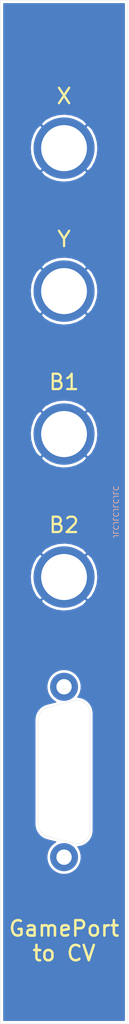
<source format=kicad_pcb>
(kicad_pcb (version 20171130) (host pcbnew "(5.1.4)-1")

  (general
    (thickness 1.6)
    (drawings 26)
    (tracks 0)
    (zones 0)
    (modules 5)
    (nets 2)
  )

  (page USLetter portrait)
  (layers
    (0 F.Cu signal)
    (31 B.Cu signal)
    (32 B.Adhes user)
    (33 F.Adhes user)
    (34 B.Paste user)
    (35 F.Paste user)
    (36 B.SilkS user)
    (37 F.SilkS user)
    (38 B.Mask user)
    (39 F.Mask user)
    (40 Dwgs.User user)
    (41 Cmts.User user)
    (42 Eco1.User user)
    (43 Eco2.User user)
    (44 Edge.Cuts user)
    (45 Margin user)
    (46 B.CrtYd user)
    (47 F.CrtYd user)
    (48 B.Fab user)
    (49 F.Fab user)
  )

  (setup
    (last_trace_width 0.25)
    (trace_clearance 0.2)
    (zone_clearance 0.508)
    (zone_45_only no)
    (trace_min 0.2)
    (via_size 0.8)
    (via_drill 0.4)
    (via_min_size 0.4)
    (via_min_drill 0.3)
    (uvia_size 0.3)
    (uvia_drill 0.1)
    (uvias_allowed no)
    (uvia_min_size 0.2)
    (uvia_min_drill 0.1)
    (edge_width 0.05)
    (segment_width 0.2)
    (pcb_text_width 0.3)
    (pcb_text_size 1.5 1.5)
    (mod_edge_width 0.12)
    (mod_text_size 1 1)
    (mod_text_width 0.15)
    (pad_size 12 12)
    (pad_drill 9)
    (pad_to_mask_clearance 0.051)
    (solder_mask_min_width 0.25)
    (aux_axis_origin 0 0)
    (grid_origin 112.5 125)
    (visible_elements 7FFFFFFF)
    (pcbplotparams
      (layerselection 0x010fc_ffffffff)
      (usegerberextensions false)
      (usegerberattributes false)
      (usegerberadvancedattributes false)
      (creategerberjobfile false)
      (excludeedgelayer true)
      (linewidth 0.100000)
      (plotframeref false)
      (viasonmask false)
      (mode 1)
      (useauxorigin false)
      (hpglpennumber 1)
      (hpglpenspeed 20)
      (hpglpendiameter 15.000000)
      (psnegative false)
      (psa4output false)
      (plotreference true)
      (plotvalue true)
      (plotinvisibletext false)
      (padsonsilk false)
      (subtractmaskfromsilk false)
      (outputformat 1)
      (mirror false)
      (drillshape 1)
      (scaleselection 1)
      (outputdirectory ""))
  )

  (net 0 "")
  (net 1 GND)

  (net_class Default "This is the default net class."
    (clearance 0.2)
    (trace_width 0.25)
    (via_dia 0.8)
    (via_drill 0.4)
    (uvia_dia 0.3)
    (uvia_drill 0.1)
    (add_net GND)
  )

  (module modular:DSub_15_Cutout (layer F.Cu) (tedit 6056DE7B) (tstamp 605738ED)
    (at 112.5 175.8)
    (path /6056EF31)
    (fp_text reference H5 (at 0 20) (layer F.SilkS) hide
      (effects (font (size 1 1) (thickness 0.15)))
    )
    (fp_text value "DSub Screws" (at 0 21.5) (layer F.Fab)
      (effects (font (size 1 1) (thickness 0.15)))
    )
    (pad "" thru_hole circle (at 0 16.65) (size 5.5 5.5) (drill 3) (layers *.Cu *.Mask))
    (pad "" thru_hole circle (at 0 -16.65) (size 5.5 5.5) (drill 3) (layers *.Cu *.Mask))
  )

  (module modular:Jack (layer F.Cu) (tedit 6077412F) (tstamp 605594C8)
    (at 112.5 137.7)
    (path /60554805)
    (fp_text reference H4 (at 0 7.5) (layer F.SilkS) hide
      (effects (font (size 1 1) (thickness 0.15)))
    )
    (fp_text value B2 (at 0 -7.5) (layer F.Fab)
      (effects (font (size 1 1) (thickness 0.15)))
    )
    (fp_circle (center 0 0) (end 7 0) (layer F.CrtYd) (width 0.12))
    (pad 1 thru_hole circle (at 0 0) (size 12 12) (drill 9) (layers *.Cu *.Mask)
      (net 1 GND))
  )

  (module modular:Jack (layer F.Cu) (tedit 6077412A) (tstamp 605594C2)
    (at 112.5 109.76)
    (path /60554542)
    (fp_text reference H3 (at 0 7.5) (layer F.SilkS) hide
      (effects (font (size 1 1) (thickness 0.15)))
    )
    (fp_text value B1 (at 0 -7.5) (layer F.Fab)
      (effects (font (size 1 1) (thickness 0.15)))
    )
    (fp_circle (center 0 0) (end 7 0) (layer F.CrtYd) (width 0.12))
    (pad 1 thru_hole circle (at 0 0) (size 12 12) (drill 9) (layers *.Cu *.Mask)
      (net 1 GND))
  )

  (module modular:Jack (layer F.Cu) (tedit 60774121) (tstamp 605594BC)
    (at 112.5 81.82)
    (path /6055426E)
    (fp_text reference H2 (at 0 7.5) (layer F.SilkS) hide
      (effects (font (size 1 1) (thickness 0.15)))
    )
    (fp_text value Y (at 0 -7.5) (layer F.Fab)
      (effects (font (size 1 1) (thickness 0.15)))
    )
    (fp_circle (center 0 0) (end 7 0) (layer F.CrtYd) (width 0.12))
    (pad 1 thru_hole circle (at 0 0) (size 12 12) (drill 9) (layers *.Cu *.Mask)
      (net 1 GND))
  )

  (module modular:Jack (layer F.Cu) (tedit 6077411C) (tstamp 605594B6)
    (at 112.5 53.88)
    (path /60553C9E)
    (fp_text reference H1 (at 0 7.5) (layer F.SilkS) hide
      (effects (font (size 1 1) (thickness 0.15)))
    )
    (fp_text value X (at 0 -7.5) (layer F.Fab)
      (effects (font (size 1 1) (thickness 0.15)))
    )
    (fp_circle (center 0 0) (end 7 0) (layer F.CrtYd) (width 0.12))
    (pad 1 thru_hole circle (at 0 0) (size 12 12) (drill 9) (layers *.Cu *.Mask)
      (net 1 GND))
  )

  (gr_text JLCJLCJLCJLC (at 122.66 125 270) (layer B.SilkS)
    (effects (font (size 1 1) (thickness 0.15)) (justify mirror))
  )
  (gr_text "GamePort\nto CV" (at 112.5 208.82) (layer F.SilkS) (tstamp 606E6277)
    (effects (font (size 3 3) (thickness 0.5)))
  )
  (gr_text B2 (at 112.5 127.54) (layer F.SilkS) (tstamp 606E6277)
    (effects (font (size 3 3) (thickness 0.45)))
  )
  (gr_text B1 (at 112.5 99.6) (layer F.SilkS) (tstamp 606E6277)
    (effects (font (size 3 3) (thickness 0.45)))
  )
  (gr_text Y (at 112.5 71.66) (layer F.SilkS) (tstamp 606E6277)
    (effects (font (size 3 3) (thickness 0.45)))
  )
  (gr_text X (at 112.5 43.72) (layer F.SilkS)
    (effects (font (size 3 3) (thickness 0.45)))
  )
  (dimension 27.94 (width 0.15) (layer Dwgs.User)
    (gr_text "1.1000 in" (at 121.42 175.8 90) (layer Dwgs.User)
      (effects (font (size 1 1) (thickness 0.15)))
    )
    (feature1 (pts (xy 115.04 161.83) (xy 120.706421 161.83)))
    (feature2 (pts (xy 115.04 189.77) (xy 120.706421 189.77)))
    (crossbar (pts (xy 120.12 189.77) (xy 120.12 161.83)))
    (arrow1a (pts (xy 120.12 161.83) (xy 120.706421 162.956504)))
    (arrow1b (pts (xy 120.12 161.83) (xy 119.533579 162.956504)))
    (arrow2a (pts (xy 120.12 189.77) (xy 120.706421 188.643496)))
    (arrow2b (pts (xy 120.12 189.77) (xy 119.533579 188.643496)))
  )
  (dimension 33.02 (width 0.15) (layer Dwgs.User)
    (gr_text "1.3000 in" (at 103.58 175.8 90) (layer Dwgs.User)
      (effects (font (size 1 1) (thickness 0.15)))
    )
    (feature1 (pts (xy 112.5 159.29) (xy 104.293579 159.29)))
    (feature2 (pts (xy 112.5 192.31) (xy 104.293579 192.31)))
    (crossbar (pts (xy 104.88 192.31) (xy 104.88 159.29)))
    (arrow1a (pts (xy 104.88 159.29) (xy 105.466421 160.416504)))
    (arrow1b (pts (xy 104.88 159.29) (xy 104.293579 160.416504)))
    (arrow2a (pts (xy 104.88 192.31) (xy 105.466421 191.183496)))
    (arrow2b (pts (xy 104.88 192.31) (xy 104.293579 191.183496)))
  )
  (gr_line (start 109.343961 163.175839) (end 114.42396 161.905838) (layer Edge.Cuts) (width 0.05) (tstamp 606E5D69))
  (gr_arc (start 109.96 165.64) (end 109.343961 163.175839) (angle -75.96376747) (layer Edge.Cuts) (width 0.05))
  (gr_arc (start 115.04 164.37) (end 117.58 164.37) (angle -104.0362435) (layer Edge.Cuts) (width 0.05))
  (gr_line (start 109.345518 188.424551) (end 114.423961 189.694161) (layer Edge.Cuts) (width 0.05))
  (gr_arc (start 115.04 187.23) (end 114.423961 189.694161) (angle -104.0362325) (layer Edge.Cuts) (width 0.05))
  (gr_arc (start 109.96 185.96) (end 107.42 185.96) (angle -75.99999078) (layer Edge.Cuts) (width 0.05))
  (dimension 10.16 (width 0.15) (layer Dwgs.User)
    (gr_text "0.4000 in" (at 112.5 208.85) (layer Dwgs.User)
      (effects (font (size 1 1) (thickness 0.15)))
    )
    (feature1 (pts (xy 117.58 191.04) (xy 117.58 208.136421)))
    (feature2 (pts (xy 107.42 191.04) (xy 107.42 208.136421)))
    (crossbar (pts (xy 107.42 207.55) (xy 117.58 207.55)))
    (arrow1a (pts (xy 117.58 207.55) (xy 116.453496 208.136421)))
    (arrow1b (pts (xy 117.58 207.55) (xy 116.453496 206.963579)))
    (arrow2a (pts (xy 107.42 207.55) (xy 108.546504 208.136421)))
    (arrow2b (pts (xy 107.42 207.55) (xy 108.546504 206.963579)))
  )
  (gr_line (start 100 175.8) (end 125 175.8) (layer Dwgs.User) (width 0.15))
  (gr_line (start 100.2 125) (end 125.2 125) (layer Dwgs.User) (width 0.15))
  (gr_line (start 107.42 185.96) (end 107.42 165.64) (layer Edge.Cuts) (width 0.05) (tstamp 605738DD))
  (gr_line (start 117.58 164.37) (end 117.579999 187.229999) (layer Edge.Cuts) (width 0.05) (tstamp 605738CE))
  (gr_line (start 100 35) (end 125 35) (layer Dwgs.User) (width 0.15))
  (gr_line (start 100 215) (end 125 215) (layer Dwgs.User) (width 0.15))
  (gr_line (start 112.5 25) (end 112.5 225) (layer Dwgs.User) (width 0.15))
  (gr_line (start 100 225) (end 100 25) (layer Edge.Cuts) (width 0.05) (tstamp 60573481))
  (gr_line (start 125 225) (end 100 225) (layer Edge.Cuts) (width 0.05))
  (gr_line (start 125 25) (end 125 225) (layer Edge.Cuts) (width 0.05))
  (gr_line (start 100 25) (end 125 25) (layer Edge.Cuts) (width 0.05))

  (zone (net 1) (net_name GND) (layer F.Cu) (tstamp 0) (hatch edge 0.508)
    (connect_pads (clearance 0.508))
    (min_thickness 0.254)
    (fill yes (arc_segments 32) (thermal_gap 0.508) (thermal_bridge_width 0.508))
    (polygon
      (pts
        (xy 100 25) (xy 125 25) (xy 125 225) (xy 100 225)
      )
    )
    (filled_polygon
      (pts
        (xy 124.340001 224.34) (xy 100.66 224.34) (xy 100.66 185.992418) (xy 106.76 185.992418) (xy 106.762484 186.017635)
        (xy 106.791845 186.399219) (xy 106.801036 186.451344) (xy 106.808405 186.503778) (xy 106.810635 186.51272) (xy 106.933916 186.992867)
        (xy 106.954377 187.049083) (xy 106.974048 187.10557) (xy 106.977972 187.113908) (xy 107.192166 187.560965) (xy 107.223147 187.61212)
        (xy 107.253423 187.663726) (xy 107.258892 187.671143) (xy 107.55584 188.068083) (xy 107.596184 188.112266) (xy 107.635892 188.15699)
        (xy 107.642697 188.163204) (xy 108.01109 188.494906) (xy 108.059258 188.530418) (xy 108.106885 188.56657) (xy 108.114768 188.571344)
        (xy 108.540571 188.825173) (xy 108.594707 188.850647) (xy 108.648462 188.876866) (xy 108.657121 188.880018) (xy 109.12412 189.046309)
        (xy 109.124125 189.04631) (xy 109.153994 189.056982) (xy 110.850443 189.481094) (xy 110.342188 189.820698) (xy 109.870698 190.292188)
        (xy 109.500252 190.846601) (xy 109.245083 191.462632) (xy 109.115 192.116607) (xy 109.115 192.783393) (xy 109.245083 193.437368)
        (xy 109.500252 194.053399) (xy 109.870698 194.607812) (xy 110.342188 195.079302) (xy 110.896601 195.449748) (xy 111.512632 195.704917)
        (xy 112.166607 195.835) (xy 112.833393 195.835) (xy 113.487368 195.704917) (xy 114.103399 195.449748) (xy 114.657812 195.079302)
        (xy 115.129302 194.607812) (xy 115.499748 194.053399) (xy 115.754917 193.437368) (xy 115.885 192.783393) (xy 115.885 192.116607)
        (xy 115.754917 191.462632) (xy 115.499748 190.846601) (xy 115.212876 190.417266) (xy 115.619728 190.374504) (xy 115.678315 190.362478)
        (xy 115.737085 190.351267) (xy 115.745907 190.348604) (xy 116.219458 190.202014) (xy 116.274552 190.178855) (xy 116.330066 190.156426)
        (xy 116.338202 190.152099) (xy 116.774262 189.916322) (xy 116.823846 189.882877) (xy 116.873909 189.850117) (xy 116.88105 189.844293)
        (xy 117.26301 189.528307) (xy 117.305131 189.485891) (xy 117.3479 189.444009) (xy 117.353773 189.436908) (xy 117.667084 189.052752)
        (xy 117.700196 189.002914) (xy 117.733983 188.953569) (xy 117.738366 188.945463) (xy 117.971092 188.507767) (xy 117.99388 188.452478)
        (xy 118.017452 188.397481) (xy 118.020177 188.388678) (xy 118.163456 187.914115) (xy 118.175076 187.855427) (xy 118.187512 187.796924)
        (xy 118.188475 187.787759) (xy 118.236849 187.294404) (xy 118.236849 187.294391) (xy 118.239998 187.262418) (xy 118.24 164.337582)
        (xy 118.239085 164.328295) (xy 118.235686 164.207971) (xy 118.23104 164.171286) (xy 118.229468 164.134342) (xy 118.228116 164.125227)
        (xy 118.151968 163.635389) (xy 118.137046 163.577426) (xy 118.122952 163.519326) (xy 118.119855 163.510647) (xy 117.950014 163.044929)
        (xy 117.924149 162.991031) (xy 117.899008 162.936711) (xy 117.894284 162.928799) (xy 117.637219 162.504939) (xy 117.601345 162.457049)
        (xy 117.566165 162.408691) (xy 117.559998 162.401852) (xy 117.559994 162.401846) (xy 117.559989 162.401841) (xy 117.225497 162.03599)
        (xy 117.181036 161.996008) (xy 117.137101 161.955375) (xy 117.129718 161.94986) (xy 116.730529 161.655942) (xy 116.679125 161.625343)
        (xy 116.628159 161.594033) (xy 116.619846 161.590057) (xy 116.171171 161.379273) (xy 116.114804 161.359242) (xy 116.058725 161.338426)
        (xy 116.049798 161.33614) (xy 115.568726 161.216518) (xy 115.509543 161.207817) (xy 115.450488 161.19829) (xy 115.441287 161.197782)
        (xy 115.210273 161.18663) (xy 115.499748 160.753399) (xy 115.754917 160.137368) (xy 115.885 159.483393) (xy 115.885 158.816607)
        (xy 115.754917 158.162632) (xy 115.499748 157.546601) (xy 115.129302 156.992188) (xy 114.657812 156.520698) (xy 114.103399 156.150252)
        (xy 113.487368 155.895083) (xy 112.833393 155.765) (xy 112.166607 155.765) (xy 111.512632 155.895083) (xy 110.896601 156.150252)
        (xy 110.342188 156.520698) (xy 109.870698 156.992188) (xy 109.500252 157.546601) (xy 109.245083 158.162632) (xy 109.115 158.816607)
        (xy 109.115 159.483393) (xy 109.245083 160.137368) (xy 109.500252 160.753399) (xy 109.870698 161.307812) (xy 110.342188 161.779302)
        (xy 110.850443 162.118906) (xy 109.152437 162.543408) (xy 109.128663 162.551902) (xy 108.767186 162.672275) (xy 108.718922 162.693782)
        (xy 108.669937 162.713573) (xy 108.661801 162.7179) (xy 108.225739 162.953677) (xy 108.176155 162.987122) (xy 108.126092 163.019882)
        (xy 108.118951 163.025706) (xy 107.736992 163.34169) (xy 107.694836 163.384142) (xy 107.652103 163.425988) (xy 107.646229 163.433089)
        (xy 107.332918 163.817245) (xy 107.299803 163.867087) (xy 107.266018 163.916428) (xy 107.261635 163.924534) (xy 107.028909 164.36223)
        (xy 107.006129 164.417498) (xy 106.982548 164.472516) (xy 106.979823 164.48132) (xy 106.836544 164.955883) (xy 106.824926 165.014559)
        (xy 106.812488 165.073074) (xy 106.811525 165.082239) (xy 106.763151 165.575594) (xy 106.760001 165.607581) (xy 106.76 185.992418)
        (xy 100.66 185.992418) (xy 100.66 142.391028) (xy 107.988577 142.391028) (xy 108.684631 143.167471) (xy 109.824592 143.806757)
        (xy 111.067369 144.211363) (xy 112.3652 144.365741) (xy 113.668212 144.26396) (xy 114.92633 143.909928) (xy 116.091206 143.317253)
        (xy 116.315369 143.167471) (xy 117.011423 142.391028) (xy 112.5 137.879605) (xy 107.988577 142.391028) (xy 100.66 142.391028)
        (xy 100.66 137.5652) (xy 105.834259 137.5652) (xy 105.93604 138.868212) (xy 106.290072 140.12633) (xy 106.882747 141.291206)
        (xy 107.032529 141.515369) (xy 107.808972 142.211423) (xy 112.320395 137.7) (xy 112.679605 137.7) (xy 117.191028 142.211423)
        (xy 117.967471 141.515369) (xy 118.606757 140.375408) (xy 119.011363 139.132631) (xy 119.165741 137.8348) (xy 119.06396 136.531788)
        (xy 118.709928 135.27367) (xy 118.117253 134.108794) (xy 117.967471 133.884631) (xy 117.191028 133.188577) (xy 112.679605 137.7)
        (xy 112.320395 137.7) (xy 107.808972 133.188577) (xy 107.032529 133.884631) (xy 106.393243 135.024592) (xy 105.988637 136.267369)
        (xy 105.834259 137.5652) (xy 100.66 137.5652) (xy 100.66 133.008972) (xy 107.988577 133.008972) (xy 112.5 137.520395)
        (xy 117.011423 133.008972) (xy 116.315369 132.232529) (xy 115.175408 131.593243) (xy 113.932631 131.188637) (xy 112.6348 131.034259)
        (xy 111.331788 131.13604) (xy 110.07367 131.490072) (xy 108.908794 132.082747) (xy 108.684631 132.232529) (xy 107.988577 133.008972)
        (xy 100.66 133.008972) (xy 100.66 114.451028) (xy 107.988577 114.451028) (xy 108.684631 115.227471) (xy 109.824592 115.866757)
        (xy 111.067369 116.271363) (xy 112.3652 116.425741) (xy 113.668212 116.32396) (xy 114.92633 115.969928) (xy 116.091206 115.377253)
        (xy 116.315369 115.227471) (xy 117.011423 114.451028) (xy 112.5 109.939605) (xy 107.988577 114.451028) (xy 100.66 114.451028)
        (xy 100.66 109.6252) (xy 105.834259 109.6252) (xy 105.93604 110.928212) (xy 106.290072 112.18633) (xy 106.882747 113.351206)
        (xy 107.032529 113.575369) (xy 107.808972 114.271423) (xy 112.320395 109.76) (xy 112.679605 109.76) (xy 117.191028 114.271423)
        (xy 117.967471 113.575369) (xy 118.606757 112.435408) (xy 119.011363 111.192631) (xy 119.165741 109.8948) (xy 119.06396 108.591788)
        (xy 118.709928 107.33367) (xy 118.117253 106.168794) (xy 117.967471 105.944631) (xy 117.191028 105.248577) (xy 112.679605 109.76)
        (xy 112.320395 109.76) (xy 107.808972 105.248577) (xy 107.032529 105.944631) (xy 106.393243 107.084592) (xy 105.988637 108.327369)
        (xy 105.834259 109.6252) (xy 100.66 109.6252) (xy 100.66 105.068972) (xy 107.988577 105.068972) (xy 112.5 109.580395)
        (xy 117.011423 105.068972) (xy 116.315369 104.292529) (xy 115.175408 103.653243) (xy 113.932631 103.248637) (xy 112.6348 103.094259)
        (xy 111.331788 103.19604) (xy 110.07367 103.550072) (xy 108.908794 104.142747) (xy 108.684631 104.292529) (xy 107.988577 105.068972)
        (xy 100.66 105.068972) (xy 100.66 86.511028) (xy 107.988577 86.511028) (xy 108.684631 87.287471) (xy 109.824592 87.926757)
        (xy 111.067369 88.331363) (xy 112.3652 88.485741) (xy 113.668212 88.38396) (xy 114.92633 88.029928) (xy 116.091206 87.437253)
        (xy 116.315369 87.287471) (xy 117.011423 86.511028) (xy 112.5 81.999605) (xy 107.988577 86.511028) (xy 100.66 86.511028)
        (xy 100.66 81.6852) (xy 105.834259 81.6852) (xy 105.93604 82.988212) (xy 106.290072 84.24633) (xy 106.882747 85.411206)
        (xy 107.032529 85.635369) (xy 107.808972 86.331423) (xy 112.320395 81.82) (xy 112.679605 81.82) (xy 117.191028 86.331423)
        (xy 117.967471 85.635369) (xy 118.606757 84.495408) (xy 119.011363 83.252631) (xy 119.165741 81.9548) (xy 119.06396 80.651788)
        (xy 118.709928 79.39367) (xy 118.117253 78.228794) (xy 117.967471 78.004631) (xy 117.191028 77.308577) (xy 112.679605 81.82)
        (xy 112.320395 81.82) (xy 107.808972 77.308577) (xy 107.032529 78.004631) (xy 106.393243 79.144592) (xy 105.988637 80.387369)
        (xy 105.834259 81.6852) (xy 100.66 81.6852) (xy 100.66 77.128972) (xy 107.988577 77.128972) (xy 112.5 81.640395)
        (xy 117.011423 77.128972) (xy 116.315369 76.352529) (xy 115.175408 75.713243) (xy 113.932631 75.308637) (xy 112.6348 75.154259)
        (xy 111.331788 75.25604) (xy 110.07367 75.610072) (xy 108.908794 76.202747) (xy 108.684631 76.352529) (xy 107.988577 77.128972)
        (xy 100.66 77.128972) (xy 100.66 58.571028) (xy 107.988577 58.571028) (xy 108.684631 59.347471) (xy 109.824592 59.986757)
        (xy 111.067369 60.391363) (xy 112.3652 60.545741) (xy 113.668212 60.44396) (xy 114.92633 60.089928) (xy 116.091206 59.497253)
        (xy 116.315369 59.347471) (xy 117.011423 58.571028) (xy 112.5 54.059605) (xy 107.988577 58.571028) (xy 100.66 58.571028)
        (xy 100.66 53.7452) (xy 105.834259 53.7452) (xy 105.93604 55.048212) (xy 106.290072 56.30633) (xy 106.882747 57.471206)
        (xy 107.032529 57.695369) (xy 107.808972 58.391423) (xy 112.320395 53.88) (xy 112.679605 53.88) (xy 117.191028 58.391423)
        (xy 117.967471 57.695369) (xy 118.606757 56.555408) (xy 119.011363 55.312631) (xy 119.165741 54.0148) (xy 119.06396 52.711788)
        (xy 118.709928 51.45367) (xy 118.117253 50.288794) (xy 117.967471 50.064631) (xy 117.191028 49.368577) (xy 112.679605 53.88)
        (xy 112.320395 53.88) (xy 107.808972 49.368577) (xy 107.032529 50.064631) (xy 106.393243 51.204592) (xy 105.988637 52.447369)
        (xy 105.834259 53.7452) (xy 100.66 53.7452) (xy 100.66 49.188972) (xy 107.988577 49.188972) (xy 112.5 53.700395)
        (xy 117.011423 49.188972) (xy 116.315369 48.412529) (xy 115.175408 47.773243) (xy 113.932631 47.368637) (xy 112.6348 47.214259)
        (xy 111.331788 47.31604) (xy 110.07367 47.670072) (xy 108.908794 48.262747) (xy 108.684631 48.412529) (xy 107.988577 49.188972)
        (xy 100.66 49.188972) (xy 100.66 25.66) (xy 124.34 25.66)
      )
    )
  )
  (zone (net 1) (net_name GND) (layer B.Cu) (tstamp 0) (hatch edge 0.508)
    (connect_pads (clearance 0.508))
    (min_thickness 0.254)
    (fill yes (arc_segments 32) (thermal_gap 0.508) (thermal_bridge_width 0.508))
    (polygon
      (pts
        (xy 100 25) (xy 125 25) (xy 125 225) (xy 100 225)
      )
    )
    (filled_polygon
      (pts
        (xy 124.340001 224.34) (xy 100.66 224.34) (xy 100.66 185.992418) (xy 106.76 185.992418) (xy 106.762484 186.017635)
        (xy 106.791845 186.399219) (xy 106.801036 186.451344) (xy 106.808405 186.503778) (xy 106.810635 186.51272) (xy 106.933916 186.992867)
        (xy 106.954377 187.049083) (xy 106.974048 187.10557) (xy 106.977972 187.113908) (xy 107.192166 187.560965) (xy 107.223147 187.61212)
        (xy 107.253423 187.663726) (xy 107.258892 187.671143) (xy 107.55584 188.068083) (xy 107.596184 188.112266) (xy 107.635892 188.15699)
        (xy 107.642697 188.163204) (xy 108.01109 188.494906) (xy 108.059258 188.530418) (xy 108.106885 188.56657) (xy 108.114768 188.571344)
        (xy 108.540571 188.825173) (xy 108.594707 188.850647) (xy 108.648462 188.876866) (xy 108.657121 188.880018) (xy 109.12412 189.046309)
        (xy 109.124125 189.04631) (xy 109.153994 189.056982) (xy 110.850443 189.481094) (xy 110.342188 189.820698) (xy 109.870698 190.292188)
        (xy 109.500252 190.846601) (xy 109.245083 191.462632) (xy 109.115 192.116607) (xy 109.115 192.783393) (xy 109.245083 193.437368)
        (xy 109.500252 194.053399) (xy 109.870698 194.607812) (xy 110.342188 195.079302) (xy 110.896601 195.449748) (xy 111.512632 195.704917)
        (xy 112.166607 195.835) (xy 112.833393 195.835) (xy 113.487368 195.704917) (xy 114.103399 195.449748) (xy 114.657812 195.079302)
        (xy 115.129302 194.607812) (xy 115.499748 194.053399) (xy 115.754917 193.437368) (xy 115.885 192.783393) (xy 115.885 192.116607)
        (xy 115.754917 191.462632) (xy 115.499748 190.846601) (xy 115.212876 190.417266) (xy 115.619728 190.374504) (xy 115.678315 190.362478)
        (xy 115.737085 190.351267) (xy 115.745907 190.348604) (xy 116.219458 190.202014) (xy 116.274552 190.178855) (xy 116.330066 190.156426)
        (xy 116.338202 190.152099) (xy 116.774262 189.916322) (xy 116.823846 189.882877) (xy 116.873909 189.850117) (xy 116.88105 189.844293)
        (xy 117.26301 189.528307) (xy 117.305131 189.485891) (xy 117.3479 189.444009) (xy 117.353773 189.436908) (xy 117.667084 189.052752)
        (xy 117.700196 189.002914) (xy 117.733983 188.953569) (xy 117.738366 188.945463) (xy 117.971092 188.507767) (xy 117.99388 188.452478)
        (xy 118.017452 188.397481) (xy 118.020177 188.388678) (xy 118.163456 187.914115) (xy 118.175076 187.855427) (xy 118.187512 187.796924)
        (xy 118.188475 187.787759) (xy 118.236849 187.294404) (xy 118.236849 187.294391) (xy 118.239998 187.262418) (xy 118.24 164.337582)
        (xy 118.239085 164.328295) (xy 118.235686 164.207971) (xy 118.23104 164.171286) (xy 118.229468 164.134342) (xy 118.228116 164.125227)
        (xy 118.151968 163.635389) (xy 118.137046 163.577426) (xy 118.122952 163.519326) (xy 118.119855 163.510647) (xy 117.950014 163.044929)
        (xy 117.924149 162.991031) (xy 117.899008 162.936711) (xy 117.894284 162.928799) (xy 117.637219 162.504939) (xy 117.601345 162.457049)
        (xy 117.566165 162.408691) (xy 117.559998 162.401852) (xy 117.559994 162.401846) (xy 117.559989 162.401841) (xy 117.225497 162.03599)
        (xy 117.181036 161.996008) (xy 117.137101 161.955375) (xy 117.129718 161.94986) (xy 116.730529 161.655942) (xy 116.679125 161.625343)
        (xy 116.628159 161.594033) (xy 116.619846 161.590057) (xy 116.171171 161.379273) (xy 116.114804 161.359242) (xy 116.058725 161.338426)
        (xy 116.049798 161.33614) (xy 115.568726 161.216518) (xy 115.509543 161.207817) (xy 115.450488 161.19829) (xy 115.441287 161.197782)
        (xy 115.210273 161.18663) (xy 115.499748 160.753399) (xy 115.754917 160.137368) (xy 115.885 159.483393) (xy 115.885 158.816607)
        (xy 115.754917 158.162632) (xy 115.499748 157.546601) (xy 115.129302 156.992188) (xy 114.657812 156.520698) (xy 114.103399 156.150252)
        (xy 113.487368 155.895083) (xy 112.833393 155.765) (xy 112.166607 155.765) (xy 111.512632 155.895083) (xy 110.896601 156.150252)
        (xy 110.342188 156.520698) (xy 109.870698 156.992188) (xy 109.500252 157.546601) (xy 109.245083 158.162632) (xy 109.115 158.816607)
        (xy 109.115 159.483393) (xy 109.245083 160.137368) (xy 109.500252 160.753399) (xy 109.870698 161.307812) (xy 110.342188 161.779302)
        (xy 110.850443 162.118906) (xy 109.152437 162.543408) (xy 109.128663 162.551902) (xy 108.767186 162.672275) (xy 108.718922 162.693782)
        (xy 108.669937 162.713573) (xy 108.661801 162.7179) (xy 108.225739 162.953677) (xy 108.176155 162.987122) (xy 108.126092 163.019882)
        (xy 108.118951 163.025706) (xy 107.736992 163.34169) (xy 107.694836 163.384142) (xy 107.652103 163.425988) (xy 107.646229 163.433089)
        (xy 107.332918 163.817245) (xy 107.299803 163.867087) (xy 107.266018 163.916428) (xy 107.261635 163.924534) (xy 107.028909 164.36223)
        (xy 107.006129 164.417498) (xy 106.982548 164.472516) (xy 106.979823 164.48132) (xy 106.836544 164.955883) (xy 106.824926 165.014559)
        (xy 106.812488 165.073074) (xy 106.811525 165.082239) (xy 106.763151 165.575594) (xy 106.760001 165.607581) (xy 106.76 185.992418)
        (xy 100.66 185.992418) (xy 100.66 142.391028) (xy 107.988577 142.391028) (xy 108.684631 143.167471) (xy 109.824592 143.806757)
        (xy 111.067369 144.211363) (xy 112.3652 144.365741) (xy 113.668212 144.26396) (xy 114.92633 143.909928) (xy 116.091206 143.317253)
        (xy 116.315369 143.167471) (xy 117.011423 142.391028) (xy 112.5 137.879605) (xy 107.988577 142.391028) (xy 100.66 142.391028)
        (xy 100.66 137.5652) (xy 105.834259 137.5652) (xy 105.93604 138.868212) (xy 106.290072 140.12633) (xy 106.882747 141.291206)
        (xy 107.032529 141.515369) (xy 107.808972 142.211423) (xy 112.320395 137.7) (xy 112.679605 137.7) (xy 117.191028 142.211423)
        (xy 117.967471 141.515369) (xy 118.606757 140.375408) (xy 119.011363 139.132631) (xy 119.165741 137.8348) (xy 119.06396 136.531788)
        (xy 118.709928 135.27367) (xy 118.117253 134.108794) (xy 117.967471 133.884631) (xy 117.191028 133.188577) (xy 112.679605 137.7)
        (xy 112.320395 137.7) (xy 107.808972 133.188577) (xy 107.032529 133.884631) (xy 106.393243 135.024592) (xy 105.988637 136.267369)
        (xy 105.834259 137.5652) (xy 100.66 137.5652) (xy 100.66 133.008972) (xy 107.988577 133.008972) (xy 112.5 137.520395)
        (xy 117.011423 133.008972) (xy 116.315369 132.232529) (xy 115.175408 131.593243) (xy 113.932631 131.188637) (xy 112.6348 131.034259)
        (xy 111.331788 131.13604) (xy 110.07367 131.490072) (xy 108.908794 132.082747) (xy 108.684631 132.232529) (xy 107.988577 133.008972)
        (xy 100.66 133.008972) (xy 100.66 114.451028) (xy 107.988577 114.451028) (xy 108.684631 115.227471) (xy 109.824592 115.866757)
        (xy 111.067369 116.271363) (xy 112.3652 116.425741) (xy 113.668212 116.32396) (xy 114.92633 115.969928) (xy 116.091206 115.377253)
        (xy 116.315369 115.227471) (xy 117.011423 114.451028) (xy 112.5 109.939605) (xy 107.988577 114.451028) (xy 100.66 114.451028)
        (xy 100.66 109.6252) (xy 105.834259 109.6252) (xy 105.93604 110.928212) (xy 106.290072 112.18633) (xy 106.882747 113.351206)
        (xy 107.032529 113.575369) (xy 107.808972 114.271423) (xy 112.320395 109.76) (xy 112.679605 109.76) (xy 117.191028 114.271423)
        (xy 117.967471 113.575369) (xy 118.606757 112.435408) (xy 119.011363 111.192631) (xy 119.165741 109.8948) (xy 119.06396 108.591788)
        (xy 118.709928 107.33367) (xy 118.117253 106.168794) (xy 117.967471 105.944631) (xy 117.191028 105.248577) (xy 112.679605 109.76)
        (xy 112.320395 109.76) (xy 107.808972 105.248577) (xy 107.032529 105.944631) (xy 106.393243 107.084592) (xy 105.988637 108.327369)
        (xy 105.834259 109.6252) (xy 100.66 109.6252) (xy 100.66 105.068972) (xy 107.988577 105.068972) (xy 112.5 109.580395)
        (xy 117.011423 105.068972) (xy 116.315369 104.292529) (xy 115.175408 103.653243) (xy 113.932631 103.248637) (xy 112.6348 103.094259)
        (xy 111.331788 103.19604) (xy 110.07367 103.550072) (xy 108.908794 104.142747) (xy 108.684631 104.292529) (xy 107.988577 105.068972)
        (xy 100.66 105.068972) (xy 100.66 86.511028) (xy 107.988577 86.511028) (xy 108.684631 87.287471) (xy 109.824592 87.926757)
        (xy 111.067369 88.331363) (xy 112.3652 88.485741) (xy 113.668212 88.38396) (xy 114.92633 88.029928) (xy 116.091206 87.437253)
        (xy 116.315369 87.287471) (xy 117.011423 86.511028) (xy 112.5 81.999605) (xy 107.988577 86.511028) (xy 100.66 86.511028)
        (xy 100.66 81.6852) (xy 105.834259 81.6852) (xy 105.93604 82.988212) (xy 106.290072 84.24633) (xy 106.882747 85.411206)
        (xy 107.032529 85.635369) (xy 107.808972 86.331423) (xy 112.320395 81.82) (xy 112.679605 81.82) (xy 117.191028 86.331423)
        (xy 117.967471 85.635369) (xy 118.606757 84.495408) (xy 119.011363 83.252631) (xy 119.165741 81.9548) (xy 119.06396 80.651788)
        (xy 118.709928 79.39367) (xy 118.117253 78.228794) (xy 117.967471 78.004631) (xy 117.191028 77.308577) (xy 112.679605 81.82)
        (xy 112.320395 81.82) (xy 107.808972 77.308577) (xy 107.032529 78.004631) (xy 106.393243 79.144592) (xy 105.988637 80.387369)
        (xy 105.834259 81.6852) (xy 100.66 81.6852) (xy 100.66 77.128972) (xy 107.988577 77.128972) (xy 112.5 81.640395)
        (xy 117.011423 77.128972) (xy 116.315369 76.352529) (xy 115.175408 75.713243) (xy 113.932631 75.308637) (xy 112.6348 75.154259)
        (xy 111.331788 75.25604) (xy 110.07367 75.610072) (xy 108.908794 76.202747) (xy 108.684631 76.352529) (xy 107.988577 77.128972)
        (xy 100.66 77.128972) (xy 100.66 58.571028) (xy 107.988577 58.571028) (xy 108.684631 59.347471) (xy 109.824592 59.986757)
        (xy 111.067369 60.391363) (xy 112.3652 60.545741) (xy 113.668212 60.44396) (xy 114.92633 60.089928) (xy 116.091206 59.497253)
        (xy 116.315369 59.347471) (xy 117.011423 58.571028) (xy 112.5 54.059605) (xy 107.988577 58.571028) (xy 100.66 58.571028)
        (xy 100.66 53.7452) (xy 105.834259 53.7452) (xy 105.93604 55.048212) (xy 106.290072 56.30633) (xy 106.882747 57.471206)
        (xy 107.032529 57.695369) (xy 107.808972 58.391423) (xy 112.320395 53.88) (xy 112.679605 53.88) (xy 117.191028 58.391423)
        (xy 117.967471 57.695369) (xy 118.606757 56.555408) (xy 119.011363 55.312631) (xy 119.165741 54.0148) (xy 119.06396 52.711788)
        (xy 118.709928 51.45367) (xy 118.117253 50.288794) (xy 117.967471 50.064631) (xy 117.191028 49.368577) (xy 112.679605 53.88)
        (xy 112.320395 53.88) (xy 107.808972 49.368577) (xy 107.032529 50.064631) (xy 106.393243 51.204592) (xy 105.988637 52.447369)
        (xy 105.834259 53.7452) (xy 100.66 53.7452) (xy 100.66 49.188972) (xy 107.988577 49.188972) (xy 112.5 53.700395)
        (xy 117.011423 49.188972) (xy 116.315369 48.412529) (xy 115.175408 47.773243) (xy 113.932631 47.368637) (xy 112.6348 47.214259)
        (xy 111.331788 47.31604) (xy 110.07367 47.670072) (xy 108.908794 48.262747) (xy 108.684631 48.412529) (xy 107.988577 49.188972)
        (xy 100.66 49.188972) (xy 100.66 25.66) (xy 124.34 25.66)
      )
    )
  )
)

</source>
